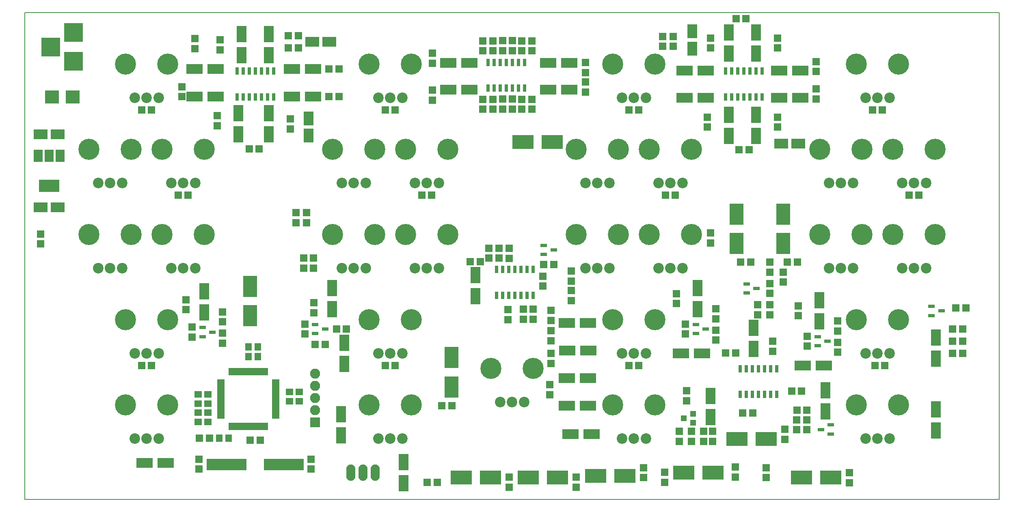
<source format=gbr>
%TF.GenerationSoftware,KiCad,Pcbnew,4.0.7*%
%TF.CreationDate,2019-01-17T01:04:15-05:00*%
%TF.ProjectId,synth_psoc,73796E74685F70736F632E6B69636164,rev?*%
%TF.FileFunction,Soldermask,Bot*%
%FSLAX46Y46*%
G04 Gerber Fmt 4.6, Leading zero omitted, Abs format (unit mm)*
G04 Created by KiCad (PCBNEW 4.0.7) date 01/17/19 01:04:15*
%MOMM*%
%LPD*%
G01*
G04 APERTURE LIST*
%ADD10C,0.150000*%
%ADD11R,1.300000X1.200000*%
%ADD12R,3.000000X2.000000*%
%ADD13R,2.000000X3.000000*%
%ADD14R,2.000000X3.400000*%
%ADD15R,3.400000X2.000000*%
%ADD16R,1.600000X1.600000*%
%ADD17R,4.400000X2.900000*%
%ADD18R,2.900000X4.400000*%
%ADD19R,1.440000X0.740000*%
%ADD20R,3.900000X3.900000*%
%ADD21O,1.910000X3.410000*%
%ADD22R,2.100000X2.100000*%
%ADD23O,2.100000X2.100000*%
%ADD24C,2.200000*%
%ADD25C,4.400000*%
%ADD26R,0.690000X1.640000*%
%ADD27R,1.900000X2.600000*%
%ADD28R,4.200000X2.600000*%
%ADD29R,8.275000X2.400000*%
%ADD30R,1.600000X0.700000*%
%ADD31R,0.700000X1.600000*%
%ADD32R,1.400000X1.650000*%
%ADD33R,1.650000X1.400000*%
%ADD34R,2.900000X2.700000*%
G04 APERTURE END LIST*
D10*
X203200000Y0D02*
X101600000Y0D01*
X203200000Y-101600000D02*
X203200000Y0D01*
X101600000Y-101600000D02*
X203200000Y-101600000D01*
X101600000Y0D02*
X0Y0D01*
X0Y-101600000D02*
X101600000Y-101600000D01*
X0Y0D02*
X0Y-101600000D01*
D11*
X139380000Y-83696000D03*
X139380000Y-85596000D03*
X137380000Y-84646000D03*
D12*
X157712000Y-27305000D03*
X161312000Y-27305000D03*
D13*
X59182000Y-25656000D03*
X59182000Y-22056000D03*
D12*
X59922000Y-6076000D03*
X63522000Y-6076000D03*
D14*
X152527000Y-21295000D03*
X152527000Y-25695000D03*
X146812000Y-21295000D03*
X146812000Y-25695000D03*
X50927000Y-21021000D03*
X50927000Y-25421000D03*
X44577000Y-21021000D03*
X44577000Y-25421000D03*
X45212000Y-8911000D03*
X45212000Y-4511000D03*
X50927000Y-8911000D03*
X50927000Y-4511000D03*
D15*
X142027000Y-17780000D03*
X137627000Y-17780000D03*
X39792000Y-17506000D03*
X35392000Y-17506000D03*
X55712000Y-11791000D03*
X60112000Y-11791000D03*
X157312000Y-17780000D03*
X161712000Y-17780000D03*
X55712000Y-17506000D03*
X60112000Y-17506000D03*
X39792000Y-11791000D03*
X35392000Y-11791000D03*
D16*
X103664000Y-20136000D03*
X105764000Y-20136000D03*
X97636000Y-5912000D03*
X95536000Y-5912000D03*
X103664000Y-5912000D03*
X105764000Y-5912000D03*
D15*
X109118000Y-16072000D03*
X113518000Y-16072000D03*
X92690000Y-10484000D03*
X88290000Y-10484000D03*
X109118000Y-10484000D03*
X113518000Y-10484000D03*
D13*
X139192000Y-3915000D03*
X139192000Y-7515000D03*
D14*
X146812000Y-8550000D03*
X146812000Y-4150000D03*
X152527000Y-8550000D03*
X152527000Y-4150000D03*
D15*
X157312000Y-12065000D03*
X161712000Y-12065000D03*
X142027000Y-12065000D03*
X137627000Y-12065000D03*
D16*
X97636000Y-20136000D03*
X95536000Y-20136000D03*
D15*
X92690000Y-16072000D03*
X88290000Y-16072000D03*
D17*
X103900000Y-27000000D03*
X110000000Y-27000000D03*
D12*
X6880000Y-25400000D03*
X3280000Y-25400000D03*
X6880000Y-40640000D03*
X3280000Y-40640000D03*
D17*
X137401000Y-96000000D03*
X143501000Y-96000000D03*
X97100000Y-97000000D03*
X91000000Y-97000000D03*
D18*
X148410000Y-48151000D03*
X148410000Y-42051000D03*
D17*
X125151000Y-96700000D03*
X119051000Y-96700000D03*
D18*
X158190000Y-48151000D03*
X158190000Y-42051000D03*
D17*
X168100000Y-97000000D03*
X162000000Y-97000000D03*
X154599000Y-89000000D03*
X148499000Y-89000000D03*
X111050000Y-97000000D03*
X104950000Y-97000000D03*
D16*
X141555000Y-87406000D03*
X141555000Y-89506000D03*
X163100000Y-83000000D03*
X161000000Y-83000000D03*
X155374000Y-63065000D03*
X155374000Y-60965000D03*
X193490000Y-68611000D03*
X195590000Y-68611000D03*
D14*
X143000000Y-80000000D03*
X143000000Y-84400000D03*
X167000000Y-78800000D03*
X167000000Y-83200000D03*
X152000000Y-70200000D03*
X152000000Y-65800000D03*
X190000000Y-72200000D03*
X190000000Y-67800000D03*
D15*
X29400000Y-94000000D03*
X25000000Y-94000000D03*
D14*
X66000000Y-83800000D03*
X66000000Y-88200000D03*
D15*
X113800000Y-88000000D03*
X118200000Y-88000000D03*
D14*
X190000000Y-82800000D03*
X190000000Y-87200000D03*
D15*
X113050000Y-82000000D03*
X117450000Y-82000000D03*
X113050000Y-76250000D03*
X117450000Y-76250000D03*
X113100000Y-70500000D03*
X117500000Y-70500000D03*
X113050000Y-64750000D03*
X117450000Y-64750000D03*
D16*
X98917245Y-51195723D03*
X96817245Y-51195723D03*
D14*
X79000000Y-93800000D03*
X79000000Y-98200000D03*
X94000000Y-59200000D03*
X94000000Y-54800000D03*
D18*
X89000000Y-72000000D03*
X89000000Y-78100000D03*
D14*
X140335000Y-61890000D03*
X140335000Y-57490000D03*
X37465000Y-62525000D03*
X37465000Y-58125000D03*
D16*
X144145000Y-68360000D03*
X144145000Y-66260000D03*
X41275000Y-68995000D03*
X41275000Y-66895000D03*
D15*
X141265000Y-71120000D03*
X136865000Y-71120000D03*
D18*
X46990000Y-63248000D03*
X46990000Y-57148000D03*
D14*
X64135000Y-61890000D03*
X64135000Y-57490000D03*
X165735000Y-64430000D03*
X165735000Y-60030000D03*
D16*
X60545000Y-69215000D03*
X62645000Y-69215000D03*
X169545000Y-70900000D03*
X169545000Y-68800000D03*
D14*
X66675000Y-73320000D03*
X66675000Y-68920000D03*
D15*
X166665000Y-73660000D03*
X162265000Y-73660000D03*
D16*
X59690000Y-95284000D03*
X59690000Y-93184000D03*
X36322000Y-95284000D03*
X36322000Y-93184000D03*
D19*
X110291885Y-49509077D03*
X108191885Y-48559077D03*
X108191885Y-50459077D03*
D20*
X10160000Y-10160000D03*
X10160000Y-4160000D03*
X5460000Y-7160000D03*
D21*
X73080000Y-96000000D03*
X70540000Y-96000000D03*
X68000000Y-96000000D03*
D22*
X60579000Y-85471000D03*
D23*
X60579000Y-82931000D03*
X60579000Y-80391000D03*
X60579000Y-77851000D03*
X60579000Y-75311000D03*
D19*
X166000000Y-87000000D03*
X168100000Y-87950000D03*
X168100000Y-86050000D03*
X152614000Y-57570000D03*
X150514000Y-56620000D03*
X150514000Y-58520000D03*
X191145000Y-62261000D03*
X189045000Y-61311000D03*
X189045000Y-63211000D03*
X142020000Y-66040000D03*
X139920000Y-65090000D03*
X139920000Y-66990000D03*
X39150000Y-66675000D03*
X37050000Y-65725000D03*
X37050000Y-67625000D03*
X62645000Y-66040000D03*
X60545000Y-65090000D03*
X60545000Y-66990000D03*
X167420000Y-68580000D03*
X165320000Y-67630000D03*
X165320000Y-69530000D03*
D16*
X148937000Y-28575000D03*
X151037000Y-28575000D03*
X46795000Y-28448000D03*
X48895000Y-28448000D03*
X54957000Y-4806000D03*
X57057000Y-4806000D03*
X142367000Y-21810000D03*
X142367000Y-23910000D03*
X40132000Y-21536000D03*
X40132000Y-23636000D03*
X54957000Y-7346000D03*
X57057000Y-7346000D03*
X156972000Y-21810000D03*
X156972000Y-23910000D03*
X55372000Y-22171000D03*
X55372000Y-24271000D03*
X40767000Y-7761000D03*
X40767000Y-5661000D03*
X165000000Y-18050000D03*
X165000000Y-15950000D03*
X133000000Y-7050000D03*
X133000000Y-4950000D03*
X63450000Y-17500000D03*
X65550000Y-17500000D03*
X32750000Y-17550000D03*
X32750000Y-15450000D03*
X35500000Y-7550000D03*
X35500000Y-5450000D03*
X63450000Y-11750000D03*
X65550000Y-11750000D03*
X101666000Y-20170000D03*
X101666000Y-18070000D03*
X99634000Y-5878000D03*
X99634000Y-7978000D03*
X101666000Y-5878000D03*
X101666000Y-7978000D03*
X103664000Y-18104000D03*
X105764000Y-18104000D03*
X97636000Y-7944000D03*
X95536000Y-7944000D03*
X103664000Y-7944000D03*
X105764000Y-7944000D03*
X116906000Y-14514000D03*
X116906000Y-16614000D03*
X85000000Y-8450000D03*
X85000000Y-10550000D03*
X116906000Y-12550000D03*
X116906000Y-10450000D03*
X150402000Y-1270000D03*
X148302000Y-1270000D03*
X156972000Y-7400000D03*
X156972000Y-5300000D03*
X143002000Y-7400000D03*
X143002000Y-5300000D03*
X135250000Y-7050000D03*
X135250000Y-4950000D03*
X165000000Y-12300000D03*
X165000000Y-10200000D03*
X99634000Y-20170000D03*
X99634000Y-18070000D03*
X97636000Y-18104000D03*
X95536000Y-18104000D03*
X85000000Y-18300000D03*
X85000000Y-16200000D03*
X114000000Y-58000000D03*
X114000000Y-60100000D03*
X114000000Y-53950000D03*
X114000000Y-56050000D03*
X58800000Y-41750000D03*
X58800000Y-43850000D03*
X56600000Y-43850000D03*
X56600000Y-41750000D03*
X143000000Y-48050000D03*
X143000000Y-45950000D03*
X158200000Y-54150000D03*
X158200000Y-56250000D03*
X148200000Y-94800000D03*
X148200000Y-96900000D03*
X154600000Y-94950000D03*
X154600000Y-97050000D03*
X133466000Y-95950000D03*
X133466000Y-98050000D03*
X101000000Y-96950000D03*
X101000000Y-99050000D03*
X158534000Y-89050000D03*
X158534000Y-86950000D03*
X115000000Y-96950000D03*
X115000000Y-99050000D03*
X149265000Y-52086000D03*
X151365000Y-52086000D03*
X129000000Y-97050000D03*
X129000000Y-94950000D03*
X159045000Y-52086000D03*
X161145000Y-52086000D03*
X172000000Y-96000000D03*
X172000000Y-98100000D03*
X143460000Y-89506000D03*
X143460000Y-87406000D03*
X159900000Y-79000000D03*
X162000000Y-79000000D03*
X152834000Y-60965000D03*
X152834000Y-63065000D03*
X195590000Y-66071000D03*
X193490000Y-66071000D03*
X136475000Y-89506000D03*
X136475000Y-87406000D03*
X160950000Y-87000000D03*
X163050000Y-87000000D03*
X155374000Y-52075000D03*
X155374000Y-54175000D03*
X196225000Y-61626000D03*
X194125000Y-61626000D03*
X139015000Y-89506000D03*
X139015000Y-87406000D03*
X160950000Y-85000000D03*
X163050000Y-85000000D03*
X155374000Y-58620000D03*
X155374000Y-56520000D03*
X195590000Y-71151000D03*
X193490000Y-71151000D03*
X149700000Y-83600000D03*
X151800000Y-83600000D03*
X146150000Y-71000000D03*
X148250000Y-71000000D03*
X156000000Y-68600000D03*
X156000000Y-70700000D03*
X138000000Y-78900000D03*
X138000000Y-81000000D03*
X109500000Y-79750000D03*
X109500000Y-77650000D03*
X109750000Y-73250000D03*
X109750000Y-71150000D03*
X109750000Y-68500000D03*
X109750000Y-66400000D03*
X109750000Y-64250000D03*
X109750000Y-62150000D03*
X101000000Y-49200000D03*
X101000000Y-51300000D03*
X98917245Y-49163723D03*
X96817245Y-49163723D03*
X83950000Y-98000000D03*
X86050000Y-98000000D03*
X60187245Y-53343723D03*
X60187245Y-51243723D03*
X58155245Y-51243723D03*
X58155245Y-53343723D03*
X108000000Y-55000000D03*
X108000000Y-57100000D03*
X104000000Y-61900000D03*
X104000000Y-64000000D03*
X106000000Y-61900000D03*
X106000000Y-64000000D03*
X95000000Y-52000000D03*
X92900000Y-52000000D03*
X110291885Y-52557077D03*
X108191885Y-52557077D03*
X100800000Y-64050000D03*
X100800000Y-61950000D03*
X89050000Y-82000000D03*
X86950000Y-82000000D03*
X135890000Y-60740000D03*
X135890000Y-58640000D03*
X33655000Y-62010000D03*
X33655000Y-59910000D03*
X144145000Y-63915000D03*
X144145000Y-61815000D03*
X137795000Y-64990000D03*
X137795000Y-67090000D03*
X41275000Y-64550000D03*
X41275000Y-62450000D03*
X34925000Y-65625000D03*
X34925000Y-67725000D03*
X60325000Y-62645000D03*
X60325000Y-60545000D03*
X161290000Y-63280000D03*
X161290000Y-61180000D03*
X64990000Y-66040000D03*
X67090000Y-66040000D03*
X58420000Y-64990000D03*
X58420000Y-67090000D03*
X169545000Y-66455000D03*
X169545000Y-64355000D03*
X163195000Y-67530000D03*
X163195000Y-69630000D03*
X49106800Y-89230200D03*
X47006800Y-89230200D03*
X26450000Y-20320000D03*
X24350000Y-20320000D03*
X77250000Y-20320000D03*
X75150000Y-20320000D03*
X128050000Y-20320000D03*
X125950000Y-20320000D03*
X178850000Y-20320000D03*
X176750000Y-20320000D03*
X34070000Y-38100000D03*
X31970000Y-38100000D03*
X84870000Y-38100000D03*
X82770000Y-38100000D03*
X135670000Y-38100000D03*
X133570000Y-38100000D03*
X186470000Y-38100000D03*
X184370000Y-38100000D03*
X26450000Y-73660000D03*
X24350000Y-73660000D03*
X77250000Y-73660000D03*
X75150000Y-73660000D03*
X128050000Y-73660000D03*
X125950000Y-73660000D03*
X179358000Y-73660000D03*
X177258000Y-73660000D03*
D24*
X116920000Y-35560000D03*
X119420000Y-35560000D03*
X121920000Y-35560000D03*
D25*
X115020000Y-28560000D03*
X123820000Y-28560000D03*
D24*
X15320000Y-35560000D03*
X17820000Y-35560000D03*
X20320000Y-35560000D03*
D25*
X13420000Y-28560000D03*
X22220000Y-28560000D03*
D24*
X66120000Y-35560000D03*
X68620000Y-35560000D03*
X71120000Y-35560000D03*
D25*
X64220000Y-28560000D03*
X73020000Y-28560000D03*
D24*
X167720000Y-35560000D03*
X170220000Y-35560000D03*
X172720000Y-35560000D03*
D25*
X165820000Y-28560000D03*
X174620000Y-28560000D03*
D24*
X22940000Y-88900000D03*
X25440000Y-88900000D03*
X27940000Y-88900000D03*
D25*
X21040000Y-81900000D03*
X29840000Y-81900000D03*
D24*
X73740000Y-88900000D03*
X76240000Y-88900000D03*
X78740000Y-88900000D03*
D25*
X71840000Y-81900000D03*
X80640000Y-81900000D03*
D24*
X124540000Y-88900000D03*
X127040000Y-88900000D03*
X129540000Y-88900000D03*
D25*
X122640000Y-81900000D03*
X131440000Y-81900000D03*
D24*
X175340000Y-88900000D03*
X177840000Y-88900000D03*
X180340000Y-88900000D03*
D25*
X173440000Y-81900000D03*
X182240000Y-81900000D03*
D24*
X99140000Y-81280000D03*
X101640000Y-81280000D03*
X104140000Y-81280000D03*
D25*
X97240000Y-74280000D03*
X106040000Y-74280000D03*
D24*
X132160000Y-53340000D03*
X134660000Y-53340000D03*
X137160000Y-53340000D03*
D25*
X130260000Y-46340000D03*
X139060000Y-46340000D03*
D24*
X30560000Y-53340000D03*
X33060000Y-53340000D03*
X35560000Y-53340000D03*
D25*
X28660000Y-46340000D03*
X37460000Y-46340000D03*
D24*
X116920000Y-53340000D03*
X119420000Y-53340000D03*
X121920000Y-53340000D03*
D25*
X115020000Y-46340000D03*
X123820000Y-46340000D03*
D24*
X15320000Y-53340000D03*
X17820000Y-53340000D03*
X20320000Y-53340000D03*
D25*
X13420000Y-46340000D03*
X22220000Y-46340000D03*
D24*
X81360000Y-53340000D03*
X83860000Y-53340000D03*
X86360000Y-53340000D03*
D25*
X79460000Y-46340000D03*
X88260000Y-46340000D03*
D24*
X182960000Y-53340000D03*
X185460000Y-53340000D03*
X187960000Y-53340000D03*
D25*
X181060000Y-46340000D03*
X189860000Y-46340000D03*
D24*
X66120000Y-53340000D03*
X68620000Y-53340000D03*
X71120000Y-53340000D03*
D25*
X64220000Y-46340000D03*
X73020000Y-46340000D03*
D24*
X167720000Y-53340000D03*
X170220000Y-53340000D03*
X172720000Y-53340000D03*
D25*
X165820000Y-46340000D03*
X174620000Y-46340000D03*
D24*
X22940000Y-17780000D03*
X25440000Y-17780000D03*
X27940000Y-17780000D03*
D25*
X21040000Y-10780000D03*
X29840000Y-10780000D03*
D24*
X73740000Y-17780000D03*
X76240000Y-17780000D03*
X78740000Y-17780000D03*
D25*
X71840000Y-10780000D03*
X80640000Y-10780000D03*
D24*
X124540000Y-17780000D03*
X127040000Y-17780000D03*
X129540000Y-17780000D03*
D25*
X122640000Y-10780000D03*
X131440000Y-10780000D03*
D24*
X175340000Y-17780000D03*
X177840000Y-17780000D03*
X180340000Y-17780000D03*
D25*
X173440000Y-10780000D03*
X182240000Y-10780000D03*
D24*
X30560000Y-35560000D03*
X33060000Y-35560000D03*
X35560000Y-35560000D03*
D25*
X28660000Y-28560000D03*
X37460000Y-28560000D03*
D24*
X81360000Y-35560000D03*
X83860000Y-35560000D03*
X86360000Y-35560000D03*
D25*
X79460000Y-28560000D03*
X88260000Y-28560000D03*
D24*
X132160000Y-35560000D03*
X134660000Y-35560000D03*
X137160000Y-35560000D03*
D25*
X130260000Y-28560000D03*
X139060000Y-28560000D03*
D24*
X182960000Y-35560000D03*
X185460000Y-35560000D03*
X187960000Y-35560000D03*
D25*
X181060000Y-28560000D03*
X189860000Y-28560000D03*
D24*
X22940000Y-71120000D03*
X25440000Y-71120000D03*
X27940000Y-71120000D03*
D25*
X21040000Y-64120000D03*
X29840000Y-64120000D03*
D24*
X73740000Y-71120000D03*
X76240000Y-71120000D03*
X78740000Y-71120000D03*
D25*
X71840000Y-64120000D03*
X80640000Y-64120000D03*
D24*
X124540000Y-71120000D03*
X127040000Y-71120000D03*
X129540000Y-71120000D03*
D25*
X122640000Y-64120000D03*
X131440000Y-64120000D03*
D24*
X175340000Y-71120000D03*
X177840000Y-71120000D03*
X180340000Y-71120000D03*
D25*
X173440000Y-64120000D03*
X182240000Y-64120000D03*
D26*
X153762000Y-17625000D03*
X152492000Y-17625000D03*
X151222000Y-17625000D03*
X149952000Y-17625000D03*
X148682000Y-17625000D03*
X147412000Y-17625000D03*
X146142000Y-17625000D03*
X146142000Y-12225000D03*
X147412000Y-12225000D03*
X148682000Y-12225000D03*
X149952000Y-12225000D03*
X151222000Y-12225000D03*
X152492000Y-12225000D03*
X153762000Y-12225000D03*
X51897000Y-17566000D03*
X50627000Y-17566000D03*
X49357000Y-17566000D03*
X48087000Y-17566000D03*
X46817000Y-17566000D03*
X45547000Y-17566000D03*
X44277000Y-17566000D03*
X44277000Y-12166000D03*
X45547000Y-12166000D03*
X46817000Y-12166000D03*
X48087000Y-12166000D03*
X49357000Y-12166000D03*
X50627000Y-12166000D03*
X51897000Y-12166000D03*
D27*
X7380000Y-29870000D03*
X5080000Y-29870000D03*
X2780000Y-29870000D03*
D28*
X5080000Y-36170000D03*
D26*
X156810000Y-79700000D03*
X155540000Y-79700000D03*
X154270000Y-79700000D03*
X153000000Y-79700000D03*
X151730000Y-79700000D03*
X150460000Y-79700000D03*
X149190000Y-79700000D03*
X149190000Y-74300000D03*
X150460000Y-74300000D03*
X151730000Y-74300000D03*
X153000000Y-74300000D03*
X154270000Y-74300000D03*
X155540000Y-74300000D03*
X156810000Y-74300000D03*
D29*
X53994300Y-94310200D03*
X42119300Y-94310200D03*
D26*
X96647000Y-10368000D03*
X97917000Y-10368000D03*
X99187000Y-10368000D03*
X100457000Y-10368000D03*
X101727000Y-10368000D03*
X102997000Y-10368000D03*
X104267000Y-10368000D03*
X104267000Y-15768000D03*
X102997000Y-15768000D03*
X101727000Y-15768000D03*
X100457000Y-15768000D03*
X99187000Y-15768000D03*
X97917000Y-15768000D03*
X96647000Y-15768000D03*
D30*
X52359000Y-76895000D03*
D31*
X42859000Y-74895000D03*
X43359000Y-74895000D03*
X43859000Y-74895000D03*
X44359000Y-74895000D03*
X44859000Y-74895000D03*
X45359000Y-74895000D03*
X45859000Y-74895000D03*
X46359000Y-74895000D03*
X46859000Y-74895000D03*
X47359000Y-74895000D03*
X47859000Y-74895000D03*
X48359000Y-74895000D03*
X48859000Y-74895000D03*
X49359000Y-74895000D03*
X49859000Y-74895000D03*
X50359000Y-74895000D03*
D30*
X52359000Y-77395000D03*
X52359000Y-77895000D03*
X52359000Y-78395000D03*
X52359000Y-78895000D03*
X52359000Y-79395000D03*
X52359000Y-79895000D03*
X52359000Y-80395000D03*
X52359000Y-80895000D03*
X52359000Y-81395000D03*
X52359000Y-81895000D03*
X52359000Y-82395000D03*
X52359000Y-82895000D03*
X52359000Y-83395000D03*
X52359000Y-83895000D03*
X52359000Y-84395000D03*
D31*
X50359000Y-86395000D03*
X49859000Y-86395000D03*
X49359000Y-86395000D03*
X48859000Y-86395000D03*
X48359000Y-86395000D03*
X47859000Y-86395000D03*
X47359000Y-86395000D03*
X46859000Y-86395000D03*
X46359000Y-86395000D03*
X45859000Y-86395000D03*
X45359000Y-86395000D03*
X44859000Y-86395000D03*
X44359000Y-86395000D03*
X43859000Y-86395000D03*
X43359000Y-86395000D03*
X42859000Y-86395000D03*
D30*
X40859000Y-84395000D03*
X40859000Y-83895000D03*
X40859000Y-83395000D03*
X40859000Y-82895000D03*
X40859000Y-82395000D03*
X40859000Y-81895000D03*
X40859000Y-81395000D03*
X40859000Y-80895000D03*
X40859000Y-80395000D03*
X40859000Y-79895000D03*
X40859000Y-79395000D03*
X40859000Y-78895000D03*
X40859000Y-78395000D03*
X40859000Y-77895000D03*
X40859000Y-77395000D03*
X40859000Y-76895000D03*
D26*
X106000000Y-59000000D03*
X104730000Y-59000000D03*
X103460000Y-59000000D03*
X102190000Y-59000000D03*
X100920000Y-59000000D03*
X99650000Y-59000000D03*
X98380000Y-59000000D03*
X98380000Y-53600000D03*
X99650000Y-53600000D03*
X100920000Y-53600000D03*
X102190000Y-53600000D03*
X103460000Y-53600000D03*
X104730000Y-53600000D03*
X106000000Y-53600000D03*
D32*
X48625000Y-69723000D03*
X46625000Y-69723000D03*
D33*
X36195000Y-81645000D03*
X36195000Y-79645000D03*
D32*
X48625000Y-71755000D03*
X46625000Y-71755000D03*
D33*
X38227000Y-81645000D03*
X38227000Y-79645000D03*
X36195000Y-83455000D03*
X36195000Y-85455000D03*
X55245000Y-81137000D03*
X55245000Y-79137000D03*
X38227000Y-83455000D03*
X38227000Y-85455000D03*
X57277000Y-81137000D03*
X57277000Y-79137000D03*
D32*
X42529000Y-88773000D03*
X40529000Y-88773000D03*
D16*
X38515000Y-88773000D03*
X36415000Y-88773000D03*
X3302000Y-48294000D03*
X3302000Y-46194000D03*
D34*
X5700000Y-17600000D03*
X10000000Y-17600000D03*
M02*

</source>
